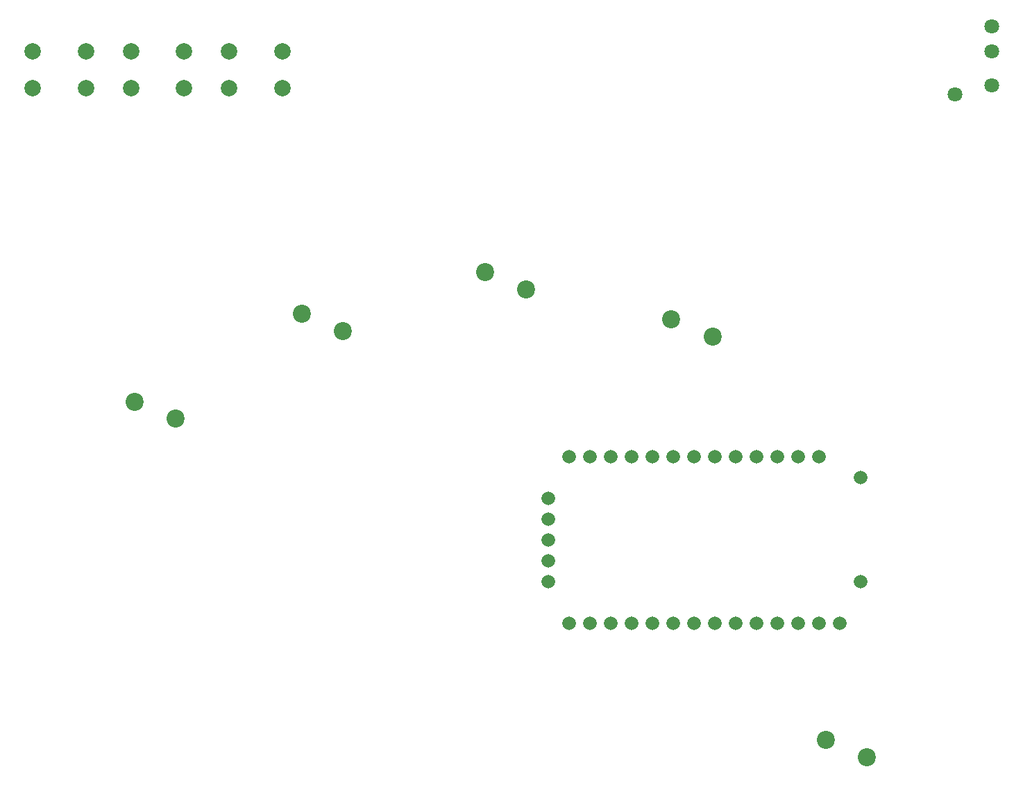
<source format=gbr>
G04 #@! TF.GenerationSoftware,KiCad,Pcbnew,8.0.2*
G04 #@! TF.CreationDate,2024-05-28T17:16:42+09:00*
G04 #@! TF.ProjectId,LLv2_L,4c4c7632-5f4c-42e6-9b69-6361645f7063,rev?*
G04 #@! TF.SameCoordinates,Original*
G04 #@! TF.FileFunction,Soldermask,Bot*
G04 #@! TF.FilePolarity,Negative*
%FSLAX46Y46*%
G04 Gerber Fmt 4.6, Leading zero omitted, Abs format (unit mm)*
G04 Created by KiCad (PCBNEW 8.0.2) date 2024-05-28 17:16:42*
%MOMM*%
%LPD*%
G01*
G04 APERTURE LIST*
%ADD10C,2.000000*%
%ADD11C,1.665000*%
%ADD12C,2.200000*%
%ADD13C,1.800000*%
G04 APERTURE END LIST*
D10*
G04 #@! TO.C,Home*
X5250000Y-6250000D03*
X11750000Y-6250000D03*
X5250000Y-10750000D03*
X11750000Y-10750000D03*
G04 #@! TD*
D11*
G04 #@! TO.C,IC1*
X106270000Y-58270000D03*
X101190000Y-55730000D03*
X98650000Y-55730000D03*
X96110000Y-55730000D03*
X93570000Y-55730000D03*
X91030000Y-55730000D03*
X88490000Y-55730000D03*
X85950000Y-55730000D03*
X83410000Y-55730000D03*
X80870000Y-55730000D03*
X78330000Y-55730000D03*
X75790000Y-55730000D03*
X73250000Y-55730000D03*
X70710000Y-55730000D03*
X68170000Y-60810000D03*
X68170000Y-63350000D03*
X68170000Y-65890000D03*
X68170000Y-68430000D03*
X68170000Y-70970000D03*
X70710000Y-76050000D03*
X73250000Y-76050000D03*
X75790000Y-76050000D03*
X78330000Y-76050000D03*
X80870000Y-76050000D03*
X83410000Y-76050000D03*
X85950000Y-76050000D03*
X88490000Y-76050000D03*
X91030000Y-76050000D03*
X93570000Y-76050000D03*
X96110000Y-76050000D03*
X98650000Y-76050000D03*
X101190000Y-76050000D03*
X103730000Y-76050000D03*
X106270000Y-70970000D03*
G04 #@! TD*
D12*
G04 #@! TO.C,\u2191*
X107000000Y-92400000D03*
X102000000Y-90300000D03*
G04 #@! TD*
G04 #@! TO.C,\u2192*
X88188666Y-41082888D03*
X83188666Y-38982888D03*
G04 #@! TD*
G04 #@! TO.C,\u2190*
X43073178Y-40375310D03*
X38073178Y-38275310D03*
G04 #@! TD*
G04 #@! TO.C,\u2193*
X65429057Y-35293440D03*
X60429057Y-33193440D03*
G04 #@! TD*
D13*
G04 #@! TO.C,J1*
X122250000Y-6300000D03*
X122250000Y-10400000D03*
X117750000Y-11500000D03*
X122250000Y-3200000D03*
G04 #@! TD*
D10*
G04 #@! TO.C,Menu*
X29250000Y-6250000D03*
X35750000Y-6250000D03*
X29250000Y-10750000D03*
X35750000Y-10750000D03*
G04 #@! TD*
D12*
G04 #@! TO.C,L3*
X22729210Y-51105121D03*
X17729210Y-49005121D03*
G04 #@! TD*
D10*
G04 #@! TO.C,Start*
X17250000Y-6250000D03*
X23750000Y-6250000D03*
X17250000Y-10750000D03*
X23750000Y-10750000D03*
G04 #@! TD*
M02*

</source>
